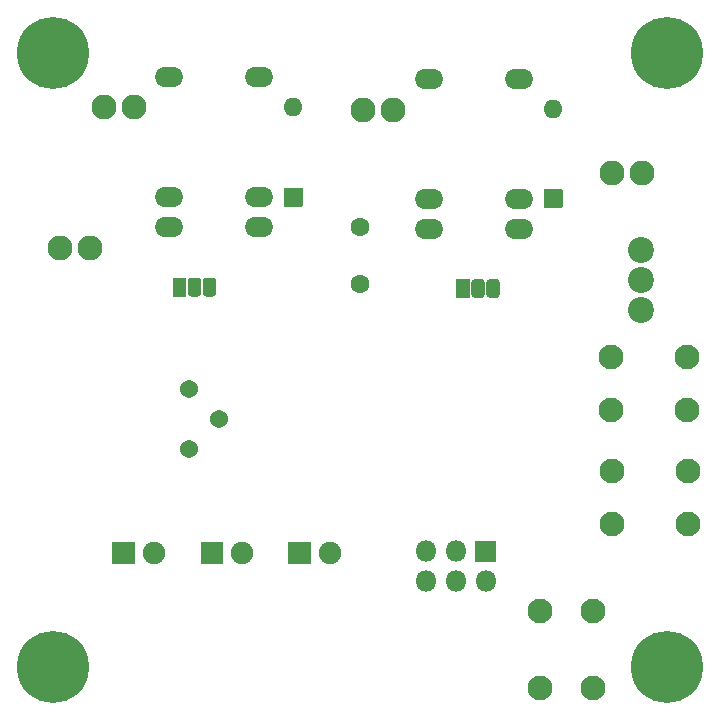
<source format=gbr>
%TF.GenerationSoftware,KiCad,Pcbnew,5.1.9-73d0e3b20d~88~ubuntu20.04.1*%
%TF.CreationDate,2021-03-10T21:47:20+01:00*%
%TF.ProjectId,arduBell,61726475-4265-46c6-9c2e-6b696361645f,rev?*%
%TF.SameCoordinates,Original*%
%TF.FileFunction,Soldermask,Bot*%
%TF.FilePolarity,Negative*%
%FSLAX46Y46*%
G04 Gerber Fmt 4.6, Leading zero omitted, Abs format (unit mm)*
G04 Created by KiCad (PCBNEW 5.1.9-73d0e3b20d~88~ubuntu20.04.1) date 2021-03-10 21:47:20*
%MOMM*%
%LPD*%
G01*
G04 APERTURE LIST*
%ADD10C,0.900000*%
%ADD11C,6.100000*%
%ADD12O,1.800000X1.800000*%
%ADD13O,2.400000X1.700000*%
%ADD14C,1.900000*%
%ADD15C,2.120000*%
%ADD16C,1.540000*%
%ADD17C,1.600000*%
%ADD18C,2.100000*%
%ADD19O,1.600000X1.600000*%
%ADD20C,2.200000*%
G04 APERTURE END LIST*
D10*
%TO.C, *%
X124424990Y-68395010D03*
X122834000Y-67736000D03*
X121243010Y-68395010D03*
X120584000Y-69986000D03*
X121243010Y-71576990D03*
X122834000Y-72236000D03*
X124424990Y-71576990D03*
X125084000Y-69986000D03*
D11*
X122834000Y-69986000D03*
%TD*%
%TO.C, *%
X122834000Y-17986000D03*
D10*
X125084000Y-17986000D03*
X124424990Y-19576990D03*
X122834000Y-20236000D03*
X121243010Y-19576990D03*
X120584000Y-17986000D03*
X121243010Y-16395010D03*
X122834000Y-15736000D03*
X124424990Y-16395010D03*
%TD*%
D11*
%TO.C, *%
X70834000Y-17986000D03*
D10*
X73084000Y-17986000D03*
X72424990Y-19576990D03*
X70834000Y-20236000D03*
X69243010Y-19576990D03*
X68584000Y-17986000D03*
X69243010Y-16395010D03*
X70834000Y-15736000D03*
X72424990Y-16395010D03*
%TD*%
%TO.C, *%
X72424990Y-68395010D03*
X70834000Y-67736000D03*
X69243010Y-68395010D03*
X68584000Y-69986000D03*
X69243010Y-71576990D03*
X70834000Y-72236000D03*
X72424990Y-71576990D03*
X73084000Y-69986000D03*
D11*
X70834000Y-69986000D03*
%TD*%
%TO.C,Q1*%
G36*
G01*
X104964000Y-38707001D02*
X104964000Y-37207001D01*
G75*
G02*
X105014000Y-37157001I50000J0D01*
G01*
X106064000Y-37157001D01*
G75*
G02*
X106114000Y-37207001I0J-50000D01*
G01*
X106114000Y-38707001D01*
G75*
G02*
X106064000Y-38757001I-50000J0D01*
G01*
X105014000Y-38757001D01*
G75*
G02*
X104964000Y-38707001I0J50000D01*
G01*
G37*
G36*
G01*
X107504000Y-38469501D02*
X107504000Y-37444501D01*
G75*
G02*
X107791500Y-37157001I287500J0D01*
G01*
X108366500Y-37157001D01*
G75*
G02*
X108654000Y-37444501I0J-287500D01*
G01*
X108654000Y-38469501D01*
G75*
G02*
X108366500Y-38757001I-287500J0D01*
G01*
X107791500Y-38757001D01*
G75*
G02*
X107504000Y-38469501I0J287500D01*
G01*
G37*
G36*
G01*
X106234000Y-38469501D02*
X106234000Y-37444501D01*
G75*
G02*
X106521500Y-37157001I287500J0D01*
G01*
X107096500Y-37157001D01*
G75*
G02*
X107384000Y-37444501I0J-287500D01*
G01*
X107384000Y-38469501D01*
G75*
G02*
X107096500Y-38757001I-287500J0D01*
G01*
X106521500Y-38757001D01*
G75*
G02*
X106234000Y-38469501I0J287500D01*
G01*
G37*
%TD*%
D12*
%TO.C,J1*%
X102362000Y-62738000D03*
X102362000Y-60198000D03*
X104902000Y-62738000D03*
X104902000Y-60198000D03*
X107442000Y-62738000D03*
G36*
G01*
X106592000Y-59298000D02*
X108292000Y-59298000D01*
G75*
G02*
X108342000Y-59348000I0J-50000D01*
G01*
X108342000Y-61048000D01*
G75*
G02*
X108292000Y-61098000I-50000J0D01*
G01*
X106592000Y-61098000D01*
G75*
G02*
X106542000Y-61048000I0J50000D01*
G01*
X106542000Y-59348000D01*
G75*
G02*
X106592000Y-59298000I50000J0D01*
G01*
G37*
%TD*%
%TO.C,Q2*%
G36*
G01*
X80959000Y-38596000D02*
X80959000Y-37096000D01*
G75*
G02*
X81009000Y-37046000I50000J0D01*
G01*
X82059000Y-37046000D01*
G75*
G02*
X82109000Y-37096000I0J-50000D01*
G01*
X82109000Y-38596000D01*
G75*
G02*
X82059000Y-38646000I-50000J0D01*
G01*
X81009000Y-38646000D01*
G75*
G02*
X80959000Y-38596000I0J50000D01*
G01*
G37*
G36*
G01*
X83499000Y-38358500D02*
X83499000Y-37333500D01*
G75*
G02*
X83786500Y-37046000I287500J0D01*
G01*
X84361500Y-37046000D01*
G75*
G02*
X84649000Y-37333500I0J-287500D01*
G01*
X84649000Y-38358500D01*
G75*
G02*
X84361500Y-38646000I-287500J0D01*
G01*
X83786500Y-38646000D01*
G75*
G02*
X83499000Y-38358500I0J287500D01*
G01*
G37*
G36*
G01*
X82229000Y-38358500D02*
X82229000Y-37333500D01*
G75*
G02*
X82516500Y-37046000I287500J0D01*
G01*
X83091500Y-37046000D01*
G75*
G02*
X83379000Y-37333500I0J-287500D01*
G01*
X83379000Y-38358500D01*
G75*
G02*
X83091500Y-38646000I-287500J0D01*
G01*
X82516500Y-38646000D01*
G75*
G02*
X82229000Y-38358500I0J287500D01*
G01*
G37*
%TD*%
D13*
%TO.C,RLY2*%
X80639001Y-32766000D03*
X88259001Y-32766000D03*
X80639001Y-30226000D03*
X80639001Y-20066000D03*
X88259001Y-30226000D03*
X88259001Y-20066000D03*
%TD*%
D14*
%TO.C,D4*%
X86835001Y-60349001D03*
G36*
G01*
X83345001Y-61249001D02*
X83345001Y-59449001D01*
G75*
G02*
X83395001Y-59399001I50000J0D01*
G01*
X85195001Y-59399001D01*
G75*
G02*
X85245001Y-59449001I0J-50000D01*
G01*
X85245001Y-61249001D01*
G75*
G02*
X85195001Y-61299001I-50000J0D01*
G01*
X83395001Y-61299001D01*
G75*
G02*
X83345001Y-61249001I0J50000D01*
G01*
G37*
%TD*%
D15*
%TO.C,J4*%
X71374000Y-34544000D03*
X73914000Y-34544000D03*
%TD*%
%TO.C,J3*%
X120650000Y-28194000D03*
X118110000Y-28194000D03*
%TD*%
D14*
%TO.C,D3*%
X79335001Y-60349001D03*
G36*
G01*
X75845001Y-61249001D02*
X75845001Y-59449001D01*
G75*
G02*
X75895001Y-59399001I50000J0D01*
G01*
X77695001Y-59399001D01*
G75*
G02*
X77745001Y-59449001I0J-50000D01*
G01*
X77745001Y-61249001D01*
G75*
G02*
X77695001Y-61299001I-50000J0D01*
G01*
X75895001Y-61299001D01*
G75*
G02*
X75845001Y-61249001I0J50000D01*
G01*
G37*
%TD*%
D16*
%TO.C,R4*%
X82296000Y-51562000D03*
X84836000Y-49022000D03*
X82296000Y-46482000D03*
%TD*%
D17*
%TO.C,Y1*%
X96774000Y-32712000D03*
X96774000Y-37592000D03*
%TD*%
D15*
%TO.C,J5*%
X99568000Y-22860000D03*
X97028000Y-22860000D03*
%TD*%
D18*
%TO.C,SW1*%
X118110000Y-57912000D03*
X118110000Y-53412000D03*
X124610000Y-57912000D03*
X124610000Y-53412000D03*
%TD*%
D15*
%TO.C,J6*%
X77692000Y-22606000D03*
X75152000Y-22606000D03*
%TD*%
D14*
%TO.C,D5*%
X94234000Y-60349001D03*
G36*
G01*
X90744000Y-61249001D02*
X90744000Y-59449001D01*
G75*
G02*
X90794000Y-59399001I50000J0D01*
G01*
X92594000Y-59399001D01*
G75*
G02*
X92644000Y-59449001I0J-50000D01*
G01*
X92644000Y-61249001D01*
G75*
G02*
X92594000Y-61299001I-50000J0D01*
G01*
X90794000Y-61299001D01*
G75*
G02*
X90744000Y-61249001I0J50000D01*
G01*
G37*
%TD*%
D19*
%TO.C,D1*%
X91154000Y-22606000D03*
G36*
G01*
X91904000Y-31026000D02*
X90404000Y-31026000D01*
G75*
G02*
X90354000Y-30976000I0J50000D01*
G01*
X90354000Y-29476000D01*
G75*
G02*
X90404000Y-29426000I50000J0D01*
G01*
X91904000Y-29426000D01*
G75*
G02*
X91954000Y-29476000I0J-50000D01*
G01*
X91954000Y-30976000D01*
G75*
G02*
X91904000Y-31026000I-50000J0D01*
G01*
G37*
%TD*%
D20*
%TO.C,J2*%
X120618000Y-34718000D03*
X120618000Y-37258000D03*
X120618000Y-39798000D03*
%TD*%
D19*
%TO.C,D2*%
X113159000Y-22717001D03*
G36*
G01*
X113909000Y-31137001D02*
X112409000Y-31137001D01*
G75*
G02*
X112359000Y-31087001I0J50000D01*
G01*
X112359000Y-29587001D01*
G75*
G02*
X112409000Y-29537001I50000J0D01*
G01*
X113909000Y-29537001D01*
G75*
G02*
X113959000Y-29587001I0J-50000D01*
G01*
X113959000Y-31087001D01*
G75*
G02*
X113909000Y-31137001I-50000J0D01*
G01*
G37*
%TD*%
D18*
%TO.C,SW2*%
X118036999Y-48260999D03*
X118036999Y-43760999D03*
X124536999Y-48260999D03*
X124536999Y-43760999D03*
%TD*%
D13*
%TO.C,RLY1*%
X102644001Y-32877001D03*
X110264001Y-32877001D03*
X102644001Y-30337001D03*
X102644001Y-20177001D03*
X110264001Y-30337001D03*
X110264001Y-20177001D03*
%TD*%
D18*
%TO.C,S1*%
X112014000Y-65264000D03*
X116514000Y-65264000D03*
X112014000Y-71764000D03*
X116514000Y-71764000D03*
%TD*%
M02*

</source>
